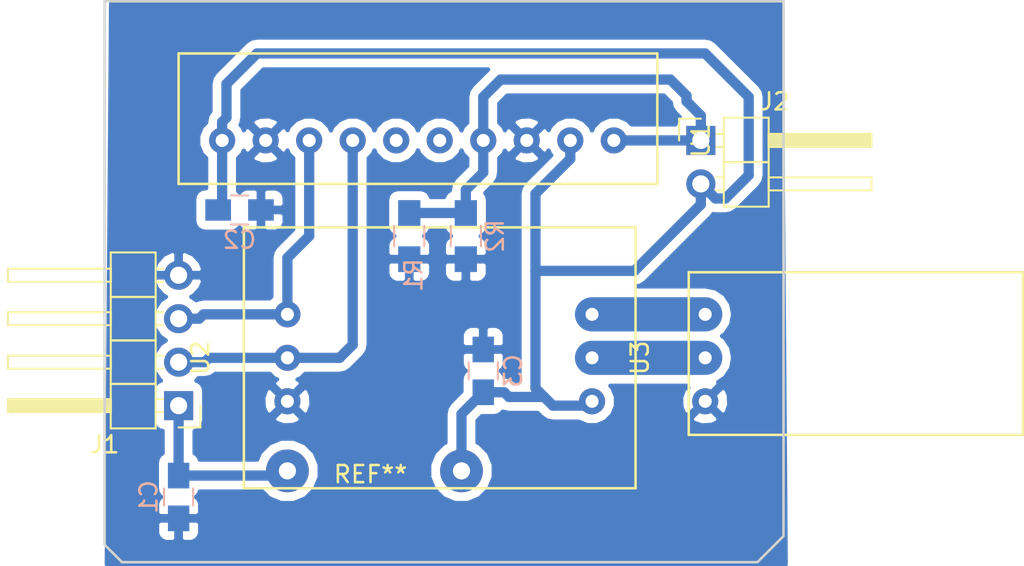
<source format=kicad_pcb>
(kicad_pcb (version 20170123) (host pcbnew "(2017-06-12 revision 8590a2299)-makepkg")

  (general
    (links 28)
    (no_connects 1)
    (area 95.600999 73.076999 156.175001 106.172001)
    (thickness 1.6)
    (drawings 8)
    (tracks 57)
    (zones 0)
    (modules 11)
    (nets 8)
  )

  (page A4)
  (layers
    (0 F.Cu signal)
    (31 B.Cu signal)
    (32 B.Adhes user)
    (33 F.Adhes user)
    (34 B.Paste user)
    (35 F.Paste user)
    (36 B.SilkS user)
    (37 F.SilkS user)
    (38 B.Mask user)
    (39 F.Mask user)
    (40 Dwgs.User user)
    (41 Cmts.User user)
    (42 Eco1.User user)
    (43 Eco2.User user)
    (44 Edge.Cuts user)
    (45 Margin user)
    (46 B.CrtYd user)
    (47 F.CrtYd user)
    (48 B.Fab user)
    (49 F.Fab user)
  )

  (setup
    (last_trace_width 0.6)
    (trace_clearance 0.4)
    (zone_clearance 0.508)
    (zone_45_only no)
    (trace_min 0.6)
    (segment_width 0.2)
    (edge_width 0.15)
    (via_size 1.2)
    (via_drill 0.8)
    (via_min_size 1.2)
    (via_min_drill 0.8)
    (uvia_size 0.3)
    (uvia_drill 0.1)
    (uvias_allowed no)
    (uvia_min_size 0.2)
    (uvia_min_drill 0.1)
    (pcb_text_width 0.3)
    (pcb_text_size 1.5 1.5)
    (mod_edge_width 0.15)
    (mod_text_size 1 1)
    (mod_text_width 0.15)
    (pad_size 2.49936 2.49936)
    (pad_drill 1.00076)
    (pad_to_mask_clearance 0.2)
    (aux_axis_origin 102.108 106.172)
    (visible_elements 7FFFFFFF)
    (pcbplotparams
      (layerselection 0x01000_fffffffe)
      (usegerberextensions false)
      (excludeedgelayer true)
      (linewidth 0.100000)
      (plotframeref false)
      (viasonmask false)
      (mode 1)
      (useauxorigin true)
      (hpglpennumber 1)
      (hpglpenspeed 20)
      (hpglpendiameter 15)
      (psnegative false)
      (psa4output false)
      (plotreference true)
      (plotvalue true)
      (plotinvisibletext false)
      (padsonsilk false)
      (subtractmaskfromsilk false)
      (outputformat 1)
      (mirror false)
      (drillshape 0)
      (scaleselection 1)
      (outputdirectory ""))
  )

  (net 0 "")
  (net 1 VCC)
  (net 2 GND)
  (net 3 SDA)
  (net 4 SCL)
  (net 5 "Net-(J2-Pad1)")
  (net 6 "Net-(U2-Pad3)")
  (net 7 "Net-(U2-Pad2)")

  (net_class Default "This is the default net class."
    (clearance 0.4)
    (trace_width 0.6)
    (via_dia 1.2)
    (via_drill 0.8)
    (uvia_dia 0.3)
    (uvia_drill 0.1)
    (diff_pair_gap 0.25)
    (diff_pair_width 0.6)
    (add_net GND)
    (add_net "Net-(J2-Pad1)")
    (add_net "Net-(U2-Pad2)")
    (add_net "Net-(U2-Pad3)")
    (add_net SCL)
    (add_net SDA)
    (add_net VCC)
  )

  (module Libs:ADS1115 (layer F.Cu) (tedit 592AADDE) (tstamp 59590FE7)
    (at 114.046 76.2 90)
    (path /592AB165)
    (fp_text reference U1 (at -5.08 22.86 90) (layer F.SilkS)
      (effects (font (size 1 1) (thickness 0.15)))
    )
    (fp_text value ads1115 (at -5.08 -10.16 90) (layer F.Fab)
      (effects (font (size 1 1) (thickness 0.15)))
    )
    (fp_line (start -7.62 20.32) (end -7.62 -5.08) (layer F.SilkS) (width 0.15))
    (fp_line (start 0 20.32) (end -7.62 20.32) (layer F.SilkS) (width 0.15))
    (fp_line (start 0 -7.62) (end 0 20.32) (layer F.SilkS) (width 0.15))
    (fp_line (start -7.62 -7.62) (end 0 -7.62) (layer F.SilkS) (width 0.15))
    (fp_line (start -7.62 -5.08) (end -7.62 -7.62) (layer F.SilkS) (width 0.15))
    (pad 1 thru_hole circle (at -5.08 -5.08 90) (size 1.524 1.524) (drill 0.762) (layers *.Cu *.Mask)
      (net 1 VCC))
    (pad 2 thru_hole circle (at -5.08 -2.54 90) (size 1.524 1.524) (drill 0.762) (layers *.Cu *.Mask)
      (net 2 GND))
    (pad 3 thru_hole circle (at -5.08 0 90) (size 1.524 1.524) (drill 0.762) (layers *.Cu *.Mask)
      (net 4 SCL))
    (pad 4 thru_hole circle (at -5.08 2.54 90) (size 1.524 1.524) (drill 0.762) (layers *.Cu *.Mask)
      (net 3 SDA))
    (pad 5 thru_hole circle (at -5.08 5.08 90) (size 1.524 1.524) (drill 0.762) (layers *.Cu *.Mask))
    (pad 6 thru_hole circle (at -5.08 7.62 90) (size 1.524 1.524) (drill 0.762) (layers *.Cu *.Mask))
    (pad 7 thru_hole circle (at -5.08 10.16 90) (size 1.524 1.524) (drill 0.762) (layers *.Cu *.Mask)
      (net 5 "Net-(J2-Pad1)"))
    (pad 8 thru_hole circle (at -5.08 12.7 90) (size 1.524 1.524) (drill 0.762) (layers *.Cu *.Mask)
      (net 2 GND))
    (pad 9 thru_hole circle (at -5.08 15.24 90) (size 1.524 1.524) (drill 0.762) (layers *.Cu *.Mask)
      (net 1 VCC))
    (pad 10 thru_hole circle (at -5.08 17.78 90) (size 1.524 1.524) (drill 0.762) (layers *.Cu *.Mask)
      (net 5 "Net-(J2-Pad1)"))
  )

  (module Wire_Connections_Bridges:WireConnection_1.00mmDrill (layer F.Cu) (tedit 5958DE3D) (tstamp 5959210D)
    (at 112.776 100.584)
    (descr "WireConnection with 1mm drill")
    (fp_text reference REF** (at 4.8514 0.2032) (layer F.SilkS)
      (effects (font (size 1 1) (thickness 0.15)))
    )
    (fp_text value WireConnection_1mmDrill (at 5.08 3.81) (layer F.Fab)
      (effects (font (size 1 1) (thickness 0.15)))
    )
    (fp_line (start 14.0716 -3.7592) (end 13.8684 -3.6576) (layer Cmts.User) (width 0.381))
    (fp_line (start 13.8684 -3.6576) (end 13.6398 -3.6576) (layer Cmts.User) (width 0.381))
    (fp_line (start 13.6398 -3.6576) (end 13.4366 -3.7592) (layer Cmts.User) (width 0.381))
    (fp_line (start 13.4366 -3.7592) (end 13.3604 -4.1148) (layer Cmts.User) (width 0.381))
    (fp_line (start 13.3604 -4.1148) (end 13.3604 -4.572) (layer Cmts.User) (width 0.381))
    (fp_line (start 13.3604 -4.572) (end 13.462 -4.6482) (layer Cmts.User) (width 0.381))
    (fp_line (start 13.462 -4.6482) (end 13.7668 -4.7244) (layer Cmts.User) (width 0.381))
    (fp_line (start 13.7668 -4.7244) (end 13.9954 -4.6736) (layer Cmts.User) (width 0.381))
    (fp_line (start 13.9954 -4.6736) (end 14.0462 -4.318) (layer Cmts.User) (width 0.381))
    (fp_line (start 14.0462 -4.318) (end 13.4366 -4.191) (layer Cmts.User) (width 0.381))
    (fp_line (start 13.4366 -4.191) (end 13.4366 -4.2418) (layer Cmts.User) (width 0.381))
    (fp_line (start 12.7508 -3.7084) (end 12.4206 -3.7084) (layer Cmts.User) (width 0.381))
    (fp_line (start 12.4206 -3.7084) (end 12.2174 -3.7084) (layer Cmts.User) (width 0.381))
    (fp_line (start 12.2174 -3.7084) (end 12.0396 -3.8608) (layer Cmts.User) (width 0.381))
    (fp_line (start 12.0396 -3.8608) (end 12.0396 -4.2418) (layer Cmts.User) (width 0.381))
    (fp_line (start 12.0396 -4.2418) (end 12.1412 -4.572) (layer Cmts.User) (width 0.381))
    (fp_line (start 12.1412 -4.572) (end 12.2936 -4.6482) (layer Cmts.User) (width 0.381))
    (fp_line (start 12.2936 -4.6482) (end 12.573 -4.6482) (layer Cmts.User) (width 0.381))
    (fp_line (start 12.573 -4.6482) (end 12.7508 -4.572) (layer Cmts.User) (width 0.381))
    (fp_line (start 12.7508 -4.572) (end 12.7762 -4.2672) (layer Cmts.User) (width 0.381))
    (fp_line (start 12.7762 -4.2672) (end 12.1412 -4.2418) (layer Cmts.User) (width 0.381))
    (fp_line (start 11.2268 -4.5212) (end 11.6078 -4.6736) (layer Cmts.User) (width 0.381))
    (fp_line (start 11.6078 -4.6736) (end 11.6332 -4.6736) (layer Cmts.User) (width 0.381))
    (fp_line (start 11.2014 -4.7244) (end 11.2014 -3.6576) (layer Cmts.User) (width 0.381))
    (fp_line (start 9.9822 -4.6736) (end 10.668 -4.7244) (layer Cmts.User) (width 0.381))
    (fp_line (start 10.7188 -5.207) (end 10.541 -5.207) (layer Cmts.User) (width 0.381))
    (fp_line (start 10.541 -5.207) (end 10.3886 -5.08) (layer Cmts.User) (width 0.381))
    (fp_line (start 10.3886 -5.08) (end 10.3378 -3.7084) (layer Cmts.User) (width 0.381))
    (fp_line (start 8.4328 -4.5974) (end 8.3058 -4.6736) (layer Cmts.User) (width 0.381))
    (fp_line (start 8.3058 -4.6736) (end 8.0264 -4.6736) (layer Cmts.User) (width 0.381))
    (fp_line (start 8.0264 -4.6736) (end 7.874 -4.445) (layer Cmts.User) (width 0.381))
    (fp_line (start 7.874 -4.445) (end 7.8994 -4.2672) (layer Cmts.User) (width 0.381))
    (fp_line (start 7.8994 -4.2672) (end 8.1788 -4.191) (layer Cmts.User) (width 0.381))
    (fp_line (start 8.1788 -4.191) (end 8.4328 -4.1148) (layer Cmts.User) (width 0.381))
    (fp_line (start 8.4328 -4.1148) (end 8.4836 -3.8354) (layer Cmts.User) (width 0.381))
    (fp_line (start 8.4836 -3.8354) (end 8.2804 -3.6576) (layer Cmts.User) (width 0.381))
    (fp_line (start 8.2804 -3.6576) (end 7.8994 -3.7084) (layer Cmts.User) (width 0.381))
    (fp_line (start 7.1628 -3.6576) (end 6.8072 -3.7592) (layer Cmts.User) (width 0.381))
    (fp_line (start 6.8072 -3.7592) (end 6.604 -3.8354) (layer Cmts.User) (width 0.381))
    (fp_line (start 6.604 -3.8354) (end 6.477 -4.1656) (layer Cmts.User) (width 0.381))
    (fp_line (start 6.477 -4.1656) (end 6.477 -4.4704) (layer Cmts.User) (width 0.381))
    (fp_line (start 6.477 -4.4704) (end 6.6802 -4.6736) (layer Cmts.User) (width 0.381))
    (fp_line (start 6.6802 -4.6736) (end 7.0104 -4.7244) (layer Cmts.User) (width 0.381))
    (fp_line (start 7.2136 -5.207) (end 7.2136 -3.6576) (layer Cmts.User) (width 0.381))
    (fp_line (start 5.715 -3.6576) (end 5.2578 -3.7084) (layer Cmts.User) (width 0.381))
    (fp_line (start 5.2578 -3.7084) (end 5.1054 -3.9116) (layer Cmts.User) (width 0.381))
    (fp_line (start 5.1054 -3.9116) (end 5.1308 -4.191) (layer Cmts.User) (width 0.381))
    (fp_line (start 5.1308 -4.191) (end 5.842 -4.2418) (layer Cmts.User) (width 0.381))
    (fp_line (start 5.1054 -4.572) (end 5.3848 -4.7244) (layer Cmts.User) (width 0.381))
    (fp_line (start 5.3848 -4.7244) (end 5.6388 -4.6482) (layer Cmts.User) (width 0.381))
    (fp_line (start 5.6388 -4.6482) (end 5.7912 -4.4704) (layer Cmts.User) (width 0.381))
    (fp_line (start 5.7912 -4.4704) (end 5.842 -3.6322) (layer Cmts.User) (width 0.381))
    (fp_line (start 3.6068 -3.6576) (end 3.6322 -5.2578) (layer Cmts.User) (width 0.381))
    (fp_line (start 3.6322 -5.2578) (end 4.0894 -5.2578) (layer Cmts.User) (width 0.381))
    (fp_line (start 4.0894 -5.2578) (end 4.3688 -5.1308) (layer Cmts.User) (width 0.381))
    (fp_line (start 4.3688 -5.1308) (end 4.4958 -4.8768) (layer Cmts.User) (width 0.381))
    (fp_line (start 4.4958 -4.8768) (end 4.4958 -4.5974) (layer Cmts.User) (width 0.381))
    (fp_line (start 4.4958 -4.5974) (end 4.3688 -4.3942) (layer Cmts.User) (width 0.381))
    (fp_line (start 4.3688 -4.3942) (end 4.0894 -4.445) (layer Cmts.User) (width 0.381))
    (fp_line (start 4.0894 -4.445) (end 3.6322 -4.445) (layer Cmts.User) (width 0.381))
    (fp_line (start 1.778 -3.7592) (end 1.524 -3.6576) (layer Cmts.User) (width 0.381))
    (fp_line (start 1.524 -3.6576) (end 1.27 -3.7592) (layer Cmts.User) (width 0.381))
    (fp_line (start 1.27 -3.7592) (end 1.1176 -3.9116) (layer Cmts.User) (width 0.381))
    (fp_line (start 1.1176 -3.9116) (end 1.0414 -4.318) (layer Cmts.User) (width 0.381))
    (fp_line (start 1.0414 -4.318) (end 1.1684 -4.572) (layer Cmts.User) (width 0.381))
    (fp_line (start 1.1684 -4.572) (end 1.3716 -4.6736) (layer Cmts.User) (width 0.381))
    (fp_line (start 1.3716 -4.6736) (end 1.651 -4.6482) (layer Cmts.User) (width 0.381))
    (fp_line (start 1.651 -4.6482) (end 1.8034 -4.5212) (layer Cmts.User) (width 0.381))
    (fp_line (start 1.8034 -4.5212) (end 1.8034 -4.318) (layer Cmts.User) (width 0.381))
    (fp_line (start 1.8034 -4.318) (end 1.1684 -4.2418) (layer Cmts.User) (width 0.381))
    (fp_line (start -0.1524 -4.7244) (end 0.3048 -3.6576) (layer Cmts.User) (width 0.381))
    (fp_line (start 0.3048 -3.6576) (end 0.5842 -4.6736) (layer Cmts.User) (width 0.381))
    (fp_line (start 0.5842 -4.6736) (end 0.5588 -4.6736) (layer Cmts.User) (width 0.381))
    (fp_line (start -1.4732 -4.3942) (end -1.4732 -3.9116) (layer Cmts.User) (width 0.381))
    (fp_line (start -1.4732 -3.9116) (end -1.27 -3.7084) (layer Cmts.User) (width 0.381))
    (fp_line (start -1.27 -3.7084) (end -1.0414 -3.6576) (layer Cmts.User) (width 0.381))
    (fp_line (start -1.0414 -3.6576) (end -0.762 -3.7846) (layer Cmts.User) (width 0.381))
    (fp_line (start -0.762 -3.7846) (end -0.6604 -3.9878) (layer Cmts.User) (width 0.381))
    (fp_line (start -0.6604 -3.9878) (end -0.6604 -4.445) (layer Cmts.User) (width 0.381))
    (fp_line (start -0.6604 -4.445) (end -0.8382 -4.6482) (layer Cmts.User) (width 0.381))
    (fp_line (start -0.8382 -4.6482) (end -1.1176 -4.7244) (layer Cmts.User) (width 0.381))
    (fp_line (start -1.1176 -4.7244) (end -1.4478 -4.4704) (layer Cmts.User) (width 0.381))
    (fp_line (start -3.0988 -3.6322) (end -3.0988 -5.2578) (layer Cmts.User) (width 0.381))
    (fp_line (start -3.0988 -5.2578) (end -2.6162 -4.1148) (layer Cmts.User) (width 0.381))
    (fp_line (start -2.6162 -4.1148) (end -2.1336 -5.1816) (layer Cmts.User) (width 0.381))
    (fp_line (start -2.1336 -5.1816) (end -2.1336 -3.6322) (layer Cmts.User) (width 0.381))
    (pad 1 thru_hole circle (at 0 0) (size 2.49936 2.49936) (drill 1.00076) (layers *.Cu *.Mask)
      (net 1 VCC))
    (pad 2 thru_hole circle (at 10.16 0) (size 2.49936 2.49936) (drill 1.00076) (layers *.Cu *.Mask)
      (net 1 VCC))
  )

  (module Capacitors_SMD:C_0805_HandSoldering (layer B.Cu) (tedit 58AA84A8) (tstamp 59590EFC)
    (at 106.426 102.108 270)
    (descr "Capacitor SMD 0805, hand soldering")
    (tags "capacitor 0805")
    (path /592AAF8B)
    (attr smd)
    (fp_text reference C1 (at 0 1.75 270) (layer B.SilkS)
      (effects (font (size 1 1) (thickness 0.15)) (justify mirror))
    )
    (fp_text value C_Small (at 0 -1.75 270) (layer B.Fab)
      (effects (font (size 1 1) (thickness 0.15)) (justify mirror))
    )
    (fp_line (start 2.25 -0.87) (end -2.25 -0.87) (layer B.CrtYd) (width 0.05))
    (fp_line (start 2.25 -0.87) (end 2.25 0.88) (layer B.CrtYd) (width 0.05))
    (fp_line (start -2.25 0.88) (end -2.25 -0.87) (layer B.CrtYd) (width 0.05))
    (fp_line (start -2.25 0.88) (end 2.25 0.88) (layer B.CrtYd) (width 0.05))
    (fp_line (start -0.5 -0.85) (end 0.5 -0.85) (layer B.SilkS) (width 0.12))
    (fp_line (start 0.5 0.85) (end -0.5 0.85) (layer B.SilkS) (width 0.12))
    (fp_line (start -1 0.62) (end 1 0.62) (layer B.Fab) (width 0.1))
    (fp_line (start 1 0.62) (end 1 -0.62) (layer B.Fab) (width 0.1))
    (fp_line (start 1 -0.62) (end -1 -0.62) (layer B.Fab) (width 0.1))
    (fp_line (start -1 -0.62) (end -1 0.62) (layer B.Fab) (width 0.1))
    (fp_text user %R (at 0 1.75 270) (layer B.Fab)
      (effects (font (size 1 1) (thickness 0.15)) (justify mirror))
    )
    (pad 2 smd rect (at 1.25 0 270) (size 1.5 1.25) (layers B.Cu B.Paste B.Mask)
      (net 2 GND))
    (pad 1 smd rect (at -1.25 0 270) (size 1.5 1.25) (layers B.Cu B.Paste B.Mask)
      (net 1 VCC))
    (model Capacitors_SMD.3dshapes/C_0805.wrl
      (at (xyz 0 0 0))
      (scale (xyz 1 1 1))
      (rotate (xyz 0 0 0))
    )
  )

  (module Capacitors_SMD:C_0805_HandSoldering (layer B.Cu) (tedit 58AA84A8) (tstamp 59590F0D)
    (at 109.982 85.344)
    (descr "Capacitor SMD 0805, hand soldering")
    (tags "capacitor 0805")
    (path /592AAF64)
    (attr smd)
    (fp_text reference C2 (at 0 1.75) (layer B.SilkS)
      (effects (font (size 1 1) (thickness 0.15)) (justify mirror))
    )
    (fp_text value C_Small (at 0 -1.75) (layer B.Fab)
      (effects (font (size 1 1) (thickness 0.15)) (justify mirror))
    )
    (fp_text user %R (at 0 1.75) (layer B.Fab)
      (effects (font (size 1 1) (thickness 0.15)) (justify mirror))
    )
    (fp_line (start -1 -0.62) (end -1 0.62) (layer B.Fab) (width 0.1))
    (fp_line (start 1 -0.62) (end -1 -0.62) (layer B.Fab) (width 0.1))
    (fp_line (start 1 0.62) (end 1 -0.62) (layer B.Fab) (width 0.1))
    (fp_line (start -1 0.62) (end 1 0.62) (layer B.Fab) (width 0.1))
    (fp_line (start 0.5 0.85) (end -0.5 0.85) (layer B.SilkS) (width 0.12))
    (fp_line (start -0.5 -0.85) (end 0.5 -0.85) (layer B.SilkS) (width 0.12))
    (fp_line (start -2.25 0.88) (end 2.25 0.88) (layer B.CrtYd) (width 0.05))
    (fp_line (start -2.25 0.88) (end -2.25 -0.87) (layer B.CrtYd) (width 0.05))
    (fp_line (start 2.25 -0.87) (end 2.25 0.88) (layer B.CrtYd) (width 0.05))
    (fp_line (start 2.25 -0.87) (end -2.25 -0.87) (layer B.CrtYd) (width 0.05))
    (pad 1 smd rect (at -1.25 0) (size 1.5 1.25) (layers B.Cu B.Paste B.Mask)
      (net 1 VCC))
    (pad 2 smd rect (at 1.25 0) (size 1.5 1.25) (layers B.Cu B.Paste B.Mask)
      (net 2 GND))
    (model Capacitors_SMD.3dshapes/C_0805.wrl
      (at (xyz 0 0 0))
      (scale (xyz 1 1 1))
      (rotate (xyz 0 0 0))
    )
  )

  (module Capacitors_SMD:C_0805_HandSoldering (layer B.Cu) (tedit 58AA84A8) (tstamp 59590F1E)
    (at 124.206 94.742 90)
    (descr "Capacitor SMD 0805, hand soldering")
    (tags "capacitor 0805")
    (path /592AAE97)
    (attr smd)
    (fp_text reference C3 (at 0 1.75 90) (layer B.SilkS)
      (effects (font (size 1 1) (thickness 0.15)) (justify mirror))
    )
    (fp_text value C_Small (at 0 -1.75 90) (layer B.Fab)
      (effects (font (size 1 1) (thickness 0.15)) (justify mirror))
    )
    (fp_line (start 2.25 -0.87) (end -2.25 -0.87) (layer B.CrtYd) (width 0.05))
    (fp_line (start 2.25 -0.87) (end 2.25 0.88) (layer B.CrtYd) (width 0.05))
    (fp_line (start -2.25 0.88) (end -2.25 -0.87) (layer B.CrtYd) (width 0.05))
    (fp_line (start -2.25 0.88) (end 2.25 0.88) (layer B.CrtYd) (width 0.05))
    (fp_line (start -0.5 -0.85) (end 0.5 -0.85) (layer B.SilkS) (width 0.12))
    (fp_line (start 0.5 0.85) (end -0.5 0.85) (layer B.SilkS) (width 0.12))
    (fp_line (start -1 0.62) (end 1 0.62) (layer B.Fab) (width 0.1))
    (fp_line (start 1 0.62) (end 1 -0.62) (layer B.Fab) (width 0.1))
    (fp_line (start 1 -0.62) (end -1 -0.62) (layer B.Fab) (width 0.1))
    (fp_line (start -1 -0.62) (end -1 0.62) (layer B.Fab) (width 0.1))
    (fp_text user %R (at 0 1.75 90) (layer B.Fab)
      (effects (font (size 1 1) (thickness 0.15)) (justify mirror))
    )
    (pad 2 smd rect (at 1.25 0 90) (size 1.5 1.25) (layers B.Cu B.Paste B.Mask)
      (net 2 GND))
    (pad 1 smd rect (at -1.25 0 90) (size 1.5 1.25) (layers B.Cu B.Paste B.Mask)
      (net 1 VCC))
    (model Capacitors_SMD.3dshapes/C_0805.wrl
      (at (xyz 0 0 0))
      (scale (xyz 1 1 1))
      (rotate (xyz 0 0 0))
    )
  )

  (module Pin_Headers:Pin_Header_Angled_1x04_Pitch2.54mm (layer F.Cu) (tedit 58CD4EC1) (tstamp 59590F7B)
    (at 106.426 96.774 180)
    (descr "Through hole angled pin header, 1x04, 2.54mm pitch, 6mm pin length, single row")
    (tags "Through hole angled pin header THT 1x04 2.54mm single row")
    (path /592AB407)
    (fp_text reference J1 (at 4.315 -2.27 180) (layer F.SilkS)
      (effects (font (size 1 1) (thickness 0.15)))
    )
    (fp_text value CONN_01X04_MALE (at 4.315 9.89 270) (layer F.Fab)
      (effects (font (size 1 1) (thickness 0.15)))
    )
    (fp_text user %R (at 4.315 -2.27 180) (layer F.Fab)
      (effects (font (size 1 1) (thickness 0.15)))
    )
    (fp_line (start 10.4 -1.8) (end -1.8 -1.8) (layer F.CrtYd) (width 0.05))
    (fp_line (start 10.4 9.4) (end 10.4 -1.8) (layer F.CrtYd) (width 0.05))
    (fp_line (start -1.8 9.4) (end 10.4 9.4) (layer F.CrtYd) (width 0.05))
    (fp_line (start -1.8 -1.8) (end -1.8 9.4) (layer F.CrtYd) (width 0.05))
    (fp_line (start -1.27 -1.27) (end 0 -1.27) (layer F.SilkS) (width 0.12))
    (fp_line (start -1.27 0) (end -1.27 -1.27) (layer F.SilkS) (width 0.12))
    (fp_line (start 0.91 8) (end 1.34 8) (layer F.SilkS) (width 0.12))
    (fp_line (start 0.91 7.24) (end 1.34 7.24) (layer F.SilkS) (width 0.12))
    (fp_line (start 9.96 7.24) (end 3.96 7.24) (layer F.SilkS) (width 0.12))
    (fp_line (start 9.96 8) (end 9.96 7.24) (layer F.SilkS) (width 0.12))
    (fp_line (start 3.96 8) (end 9.96 8) (layer F.SilkS) (width 0.12))
    (fp_line (start 3.96 7.24) (end 3.96 8) (layer F.SilkS) (width 0.12))
    (fp_line (start 3.96 6.35) (end 1.34 6.35) (layer F.SilkS) (width 0.12))
    (fp_line (start 3.96 8.95) (end 3.96 6.35) (layer F.SilkS) (width 0.12))
    (fp_line (start 1.34 8.95) (end 3.96 8.95) (layer F.SilkS) (width 0.12))
    (fp_line (start 1.34 6.35) (end 1.34 8.95) (layer F.SilkS) (width 0.12))
    (fp_line (start 0.91 5.46) (end 1.34 5.46) (layer F.SilkS) (width 0.12))
    (fp_line (start 0.91 4.7) (end 1.34 4.7) (layer F.SilkS) (width 0.12))
    (fp_line (start 9.96 4.7) (end 3.96 4.7) (layer F.SilkS) (width 0.12))
    (fp_line (start 9.96 5.46) (end 9.96 4.7) (layer F.SilkS) (width 0.12))
    (fp_line (start 3.96 5.46) (end 9.96 5.46) (layer F.SilkS) (width 0.12))
    (fp_line (start 3.96 4.7) (end 3.96 5.46) (layer F.SilkS) (width 0.12))
    (fp_line (start 3.96 3.81) (end 1.34 3.81) (layer F.SilkS) (width 0.12))
    (fp_line (start 3.96 6.35) (end 3.96 3.81) (layer F.SilkS) (width 0.12))
    (fp_line (start 1.34 6.35) (end 3.96 6.35) (layer F.SilkS) (width 0.12))
    (fp_line (start 1.34 3.81) (end 1.34 6.35) (layer F.SilkS) (width 0.12))
    (fp_line (start 0.91 2.92) (end 1.34 2.92) (layer F.SilkS) (width 0.12))
    (fp_line (start 0.91 2.16) (end 1.34 2.16) (layer F.SilkS) (width 0.12))
    (fp_line (start 9.96 2.16) (end 3.96 2.16) (layer F.SilkS) (width 0.12))
    (fp_line (start 9.96 2.92) (end 9.96 2.16) (layer F.SilkS) (width 0.12))
    (fp_line (start 3.96 2.92) (end 9.96 2.92) (layer F.SilkS) (width 0.12))
    (fp_line (start 3.96 2.16) (end 3.96 2.92) (layer F.SilkS) (width 0.12))
    (fp_line (start 3.96 1.27) (end 1.34 1.27) (layer F.SilkS) (width 0.12))
    (fp_line (start 3.96 3.81) (end 3.96 1.27) (layer F.SilkS) (width 0.12))
    (fp_line (start 1.34 3.81) (end 3.96 3.81) (layer F.SilkS) (width 0.12))
    (fp_line (start 1.34 1.27) (end 1.34 3.81) (layer F.SilkS) (width 0.12))
    (fp_line (start 3.96 0.34) (end 9.96 0.34) (layer F.SilkS) (width 0.12))
    (fp_line (start 3.96 0.22) (end 9.96 0.22) (layer F.SilkS) (width 0.12))
    (fp_line (start 3.96 0.1) (end 9.96 0.1) (layer F.SilkS) (width 0.12))
    (fp_line (start 3.96 -0.02) (end 9.96 -0.02) (layer F.SilkS) (width 0.12))
    (fp_line (start 3.96 -0.14) (end 9.96 -0.14) (layer F.SilkS) (width 0.12))
    (fp_line (start 3.96 -0.26) (end 9.96 -0.26) (layer F.SilkS) (width 0.12))
    (fp_line (start 0.91 0.38) (end 1.34 0.38) (layer F.SilkS) (width 0.12))
    (fp_line (start 0.91 -0.38) (end 1.34 -0.38) (layer F.SilkS) (width 0.12))
    (fp_line (start 9.96 -0.38) (end 3.96 -0.38) (layer F.SilkS) (width 0.12))
    (fp_line (start 9.96 0.38) (end 9.96 -0.38) (layer F.SilkS) (width 0.12))
    (fp_line (start 3.96 0.38) (end 9.96 0.38) (layer F.SilkS) (width 0.12))
    (fp_line (start 3.96 -0.38) (end 3.96 0.38) (layer F.SilkS) (width 0.12))
    (fp_line (start 3.96 -1.33) (end 1.34 -1.33) (layer F.SilkS) (width 0.12))
    (fp_line (start 3.96 1.27) (end 3.96 -1.33) (layer F.SilkS) (width 0.12))
    (fp_line (start 1.34 1.27) (end 3.96 1.27) (layer F.SilkS) (width 0.12))
    (fp_line (start 1.34 -1.33) (end 1.34 1.27) (layer F.SilkS) (width 0.12))
    (fp_line (start 9.9 7.3) (end 0 7.3) (layer F.Fab) (width 0.1))
    (fp_line (start 9.9 7.94) (end 9.9 7.3) (layer F.Fab) (width 0.1))
    (fp_line (start 0 7.94) (end 9.9 7.94) (layer F.Fab) (width 0.1))
    (fp_line (start 0 7.3) (end 0 7.94) (layer F.Fab) (width 0.1))
    (fp_line (start 3.9 6.35) (end 1.4 6.35) (layer F.Fab) (width 0.1))
    (fp_line (start 3.9 8.89) (end 3.9 6.35) (layer F.Fab) (width 0.1))
    (fp_line (start 1.4 8.89) (end 3.9 8.89) (layer F.Fab) (width 0.1))
    (fp_line (start 1.4 6.35) (end 1.4 8.89) (layer F.Fab) (width 0.1))
    (fp_line (start 9.9 4.76) (end 0 4.76) (layer F.Fab) (width 0.1))
    (fp_line (start 9.9 5.4) (end 9.9 4.76) (layer F.Fab) (width 0.1))
    (fp_line (start 0 5.4) (end 9.9 5.4) (layer F.Fab) (width 0.1))
    (fp_line (start 0 4.76) (end 0 5.4) (layer F.Fab) (width 0.1))
    (fp_line (start 3.9 3.81) (end 1.4 3.81) (layer F.Fab) (width 0.1))
    (fp_line (start 3.9 6.35) (end 3.9 3.81) (layer F.Fab) (width 0.1))
    (fp_line (start 1.4 6.35) (end 3.9 6.35) (layer F.Fab) (width 0.1))
    (fp_line (start 1.4 3.81) (end 1.4 6.35) (layer F.Fab) (width 0.1))
    (fp_line (start 9.9 2.22) (end 0 2.22) (layer F.Fab) (width 0.1))
    (fp_line (start 9.9 2.86) (end 9.9 2.22) (layer F.Fab) (width 0.1))
    (fp_line (start 0 2.86) (end 9.9 2.86) (layer F.Fab) (width 0.1))
    (fp_line (start 0 2.22) (end 0 2.86) (layer F.Fab) (width 0.1))
    (fp_line (start 3.9 1.27) (end 1.4 1.27) (layer F.Fab) (width 0.1))
    (fp_line (start 3.9 3.81) (end 3.9 1.27) (layer F.Fab) (width 0.1))
    (fp_line (start 1.4 3.81) (end 3.9 3.81) (layer F.Fab) (width 0.1))
    (fp_line (start 1.4 1.27) (end 1.4 3.81) (layer F.Fab) (width 0.1))
    (fp_line (start 9.9 -0.32) (end 0 -0.32) (layer F.Fab) (width 0.1))
    (fp_line (start 9.9 0.32) (end 9.9 -0.32) (layer F.Fab) (width 0.1))
    (fp_line (start 0 0.32) (end 9.9 0.32) (layer F.Fab) (width 0.1))
    (fp_line (start 0 -0.32) (end 0 0.32) (layer F.Fab) (width 0.1))
    (fp_line (start 3.9 -1.27) (end 1.4 -1.27) (layer F.Fab) (width 0.1))
    (fp_line (start 3.9 1.27) (end 3.9 -1.27) (layer F.Fab) (width 0.1))
    (fp_line (start 1.4 1.27) (end 3.9 1.27) (layer F.Fab) (width 0.1))
    (fp_line (start 1.4 -1.27) (end 1.4 1.27) (layer F.Fab) (width 0.1))
    (pad 4 thru_hole oval (at 0 7.62 180) (size 1.7 1.7) (drill 1) (layers *.Cu *.Mask)
      (net 2 GND))
    (pad 3 thru_hole oval (at 0 5.08 180) (size 1.7 1.7) (drill 1) (layers *.Cu *.Mask)
      (net 4 SCL))
    (pad 2 thru_hole oval (at 0 2.54 180) (size 1.7 1.7) (drill 1) (layers *.Cu *.Mask)
      (net 3 SDA))
    (pad 1 thru_hole rect (at 0 0 180) (size 1.7 1.7) (drill 1) (layers *.Cu *.Mask)
      (net 1 VCC))
    (model ${KISYS3DMOD}/Pin_Headers.3dshapes/Pin_Header_Angled_1x04_Pitch2.54mm.wrl
      (at (xyz 0 -0.15 0))
      (scale (xyz 1 1 1))
      (rotate (xyz 0 0 90))
    )
  )

  (module Pin_Headers:Pin_Header_Angled_1x02_Pitch2.54mm (layer F.Cu) (tedit 58CD4EC1) (tstamp 59590FB2)
    (at 136.906 81.28)
    (descr "Through hole angled pin header, 1x02, 2.54mm pitch, 6mm pin length, single row")
    (tags "Through hole angled pin header THT 1x02 2.54mm single row")
    (path /592AB4AA)
    (fp_text reference J2 (at 4.315 -2.27) (layer F.SilkS)
      (effects (font (size 1 1) (thickness 0.15)))
    )
    (fp_text value CONN_01X02_MALE (at 4.315 4.81) (layer F.Fab)
      (effects (font (size 1 1) (thickness 0.15)))
    )
    (fp_text user %R (at 4.315 -2.27) (layer F.Fab)
      (effects (font (size 1 1) (thickness 0.15)))
    )
    (fp_line (start 10.4 -1.8) (end -1.8 -1.8) (layer F.CrtYd) (width 0.05))
    (fp_line (start 10.4 4.35) (end 10.4 -1.8) (layer F.CrtYd) (width 0.05))
    (fp_line (start -1.8 4.35) (end 10.4 4.35) (layer F.CrtYd) (width 0.05))
    (fp_line (start -1.8 -1.8) (end -1.8 4.35) (layer F.CrtYd) (width 0.05))
    (fp_line (start -1.27 -1.27) (end 0 -1.27) (layer F.SilkS) (width 0.12))
    (fp_line (start -1.27 0) (end -1.27 -1.27) (layer F.SilkS) (width 0.12))
    (fp_line (start 0.91 2.92) (end 1.34 2.92) (layer F.SilkS) (width 0.12))
    (fp_line (start 0.91 2.16) (end 1.34 2.16) (layer F.SilkS) (width 0.12))
    (fp_line (start 9.96 2.16) (end 3.96 2.16) (layer F.SilkS) (width 0.12))
    (fp_line (start 9.96 2.92) (end 9.96 2.16) (layer F.SilkS) (width 0.12))
    (fp_line (start 3.96 2.92) (end 9.96 2.92) (layer F.SilkS) (width 0.12))
    (fp_line (start 3.96 2.16) (end 3.96 2.92) (layer F.SilkS) (width 0.12))
    (fp_line (start 3.96 1.27) (end 1.34 1.27) (layer F.SilkS) (width 0.12))
    (fp_line (start 3.96 3.87) (end 3.96 1.27) (layer F.SilkS) (width 0.12))
    (fp_line (start 1.34 3.87) (end 3.96 3.87) (layer F.SilkS) (width 0.12))
    (fp_line (start 1.34 1.27) (end 1.34 3.87) (layer F.SilkS) (width 0.12))
    (fp_line (start 3.96 0.34) (end 9.96 0.34) (layer F.SilkS) (width 0.12))
    (fp_line (start 3.96 0.22) (end 9.96 0.22) (layer F.SilkS) (width 0.12))
    (fp_line (start 3.96 0.1) (end 9.96 0.1) (layer F.SilkS) (width 0.12))
    (fp_line (start 3.96 -0.02) (end 9.96 -0.02) (layer F.SilkS) (width 0.12))
    (fp_line (start 3.96 -0.14) (end 9.96 -0.14) (layer F.SilkS) (width 0.12))
    (fp_line (start 3.96 -0.26) (end 9.96 -0.26) (layer F.SilkS) (width 0.12))
    (fp_line (start 0.91 0.38) (end 1.34 0.38) (layer F.SilkS) (width 0.12))
    (fp_line (start 0.91 -0.38) (end 1.34 -0.38) (layer F.SilkS) (width 0.12))
    (fp_line (start 9.96 -0.38) (end 3.96 -0.38) (layer F.SilkS) (width 0.12))
    (fp_line (start 9.96 0.38) (end 9.96 -0.38) (layer F.SilkS) (width 0.12))
    (fp_line (start 3.96 0.38) (end 9.96 0.38) (layer F.SilkS) (width 0.12))
    (fp_line (start 3.96 -0.38) (end 3.96 0.38) (layer F.SilkS) (width 0.12))
    (fp_line (start 3.96 -1.33) (end 1.34 -1.33) (layer F.SilkS) (width 0.12))
    (fp_line (start 3.96 1.27) (end 3.96 -1.33) (layer F.SilkS) (width 0.12))
    (fp_line (start 1.34 1.27) (end 3.96 1.27) (layer F.SilkS) (width 0.12))
    (fp_line (start 1.34 -1.33) (end 1.34 1.27) (layer F.SilkS) (width 0.12))
    (fp_line (start 9.9 2.22) (end 0 2.22) (layer F.Fab) (width 0.1))
    (fp_line (start 9.9 2.86) (end 9.9 2.22) (layer F.Fab) (width 0.1))
    (fp_line (start 0 2.86) (end 9.9 2.86) (layer F.Fab) (width 0.1))
    (fp_line (start 0 2.22) (end 0 2.86) (layer F.Fab) (width 0.1))
    (fp_line (start 3.9 1.27) (end 1.4 1.27) (layer F.Fab) (width 0.1))
    (fp_line (start 3.9 3.81) (end 3.9 1.27) (layer F.Fab) (width 0.1))
    (fp_line (start 1.4 3.81) (end 3.9 3.81) (layer F.Fab) (width 0.1))
    (fp_line (start 1.4 1.27) (end 1.4 3.81) (layer F.Fab) (width 0.1))
    (fp_line (start 9.9 -0.32) (end 0 -0.32) (layer F.Fab) (width 0.1))
    (fp_line (start 9.9 0.32) (end 9.9 -0.32) (layer F.Fab) (width 0.1))
    (fp_line (start 0 0.32) (end 9.9 0.32) (layer F.Fab) (width 0.1))
    (fp_line (start 0 -0.32) (end 0 0.32) (layer F.Fab) (width 0.1))
    (fp_line (start 3.9 -1.27) (end 1.4 -1.27) (layer F.Fab) (width 0.1))
    (fp_line (start 3.9 1.27) (end 3.9 -1.27) (layer F.Fab) (width 0.1))
    (fp_line (start 1.4 1.27) (end 3.9 1.27) (layer F.Fab) (width 0.1))
    (fp_line (start 1.4 -1.27) (end 1.4 1.27) (layer F.Fab) (width 0.1))
    (pad 2 thru_hole oval (at 0 2.54) (size 1.7 1.7) (drill 1) (layers *.Cu *.Mask)
      (net 1 VCC))
    (pad 1 thru_hole rect (at 0 0) (size 1.7 1.7) (drill 1) (layers *.Cu *.Mask)
      (net 5 "Net-(J2-Pad1)"))
    (model ${KISYS3DMOD}/Pin_Headers.3dshapes/Pin_Header_Angled_1x02_Pitch2.54mm.wrl
      (at (xyz 0 -0.05 0))
      (scale (xyz 1 1 1))
      (rotate (xyz 0 0 90))
    )
  )

  (module Resistors_SMD:R_0805_HandSoldering (layer B.Cu) (tedit 58E0A804) (tstamp 59590FC3)
    (at 119.888 86.868 90)
    (descr "Resistor SMD 0805, hand soldering")
    (tags "resistor 0805")
    (path /592AB56B)
    (attr smd)
    (fp_text reference R1 (at -2.286 0.254 90) (layer B.SilkS)
      (effects (font (size 1 1) (thickness 0.15)) (justify mirror))
    )
    (fp_text value 20k (at 0 -1.75 90) (layer B.Fab)
      (effects (font (size 1 1) (thickness 0.15)) (justify mirror))
    )
    (fp_line (start 2.35 -0.9) (end -2.35 -0.9) (layer B.CrtYd) (width 0.05))
    (fp_line (start 2.35 -0.9) (end 2.35 0.9) (layer B.CrtYd) (width 0.05))
    (fp_line (start -2.35 0.9) (end -2.35 -0.9) (layer B.CrtYd) (width 0.05))
    (fp_line (start -2.35 0.9) (end 2.35 0.9) (layer B.CrtYd) (width 0.05))
    (fp_line (start -0.6 0.88) (end 0.6 0.88) (layer B.SilkS) (width 0.12))
    (fp_line (start 0.6 -0.88) (end -0.6 -0.88) (layer B.SilkS) (width 0.12))
    (fp_line (start -1 0.62) (end 1 0.62) (layer B.Fab) (width 0.1))
    (fp_line (start 1 0.62) (end 1 -0.62) (layer B.Fab) (width 0.1))
    (fp_line (start 1 -0.62) (end -1 -0.62) (layer B.Fab) (width 0.1))
    (fp_line (start -1 -0.62) (end -1 0.62) (layer B.Fab) (width 0.1))
    (fp_text user %R (at 0 0.762 180) (layer B.Fab)
      (effects (font (size 0.5 0.5) (thickness 0.075)) (justify mirror))
    )
    (pad 2 smd rect (at 1.35 0 90) (size 1.5 1.3) (layers B.Cu B.Paste B.Mask)
      (net 5 "Net-(J2-Pad1)"))
    (pad 1 smd rect (at -1.35 0 90) (size 1.5 1.3) (layers B.Cu B.Paste B.Mask)
      (net 2 GND))
    (model ${KISYS3DMOD}/Resistors_SMD.3dshapes/R_0805.wrl
      (at (xyz 0 0 0))
      (scale (xyz 1 1 1))
      (rotate (xyz 0 0 0))
    )
  )

  (module Resistors_SMD:R_0805_HandSoldering (layer B.Cu) (tedit 58E0A804) (tstamp 59590FD4)
    (at 123.19 86.868 90)
    (descr "Resistor SMD 0805, hand soldering")
    (tags "resistor 0805")
    (path /592AB63E)
    (attr smd)
    (fp_text reference R2 (at 0 1.7 90) (layer B.SilkS)
      (effects (font (size 1 1) (thickness 0.15)) (justify mirror))
    )
    (fp_text value 20K (at 0 -1.75 90) (layer B.Fab)
      (effects (font (size 1 1) (thickness 0.15)) (justify mirror))
    )
    (fp_text user %R (at 3.556 -5.08 90) (layer B.Fab)
      (effects (font (size 0.5 0.5) (thickness 0.075)) (justify mirror))
    )
    (fp_line (start -1 -0.62) (end -1 0.62) (layer B.Fab) (width 0.1))
    (fp_line (start 1 -0.62) (end -1 -0.62) (layer B.Fab) (width 0.1))
    (fp_line (start 1 0.62) (end 1 -0.62) (layer B.Fab) (width 0.1))
    (fp_line (start -1 0.62) (end 1 0.62) (layer B.Fab) (width 0.1))
    (fp_line (start 0.6 -0.88) (end -0.6 -0.88) (layer B.SilkS) (width 0.12))
    (fp_line (start -0.6 0.88) (end 0.6 0.88) (layer B.SilkS) (width 0.12))
    (fp_line (start -2.35 0.9) (end 2.35 0.9) (layer B.CrtYd) (width 0.05))
    (fp_line (start -2.35 0.9) (end -2.35 -0.9) (layer B.CrtYd) (width 0.05))
    (fp_line (start 2.35 -0.9) (end 2.35 0.9) (layer B.CrtYd) (width 0.05))
    (fp_line (start 2.35 -0.9) (end -2.35 -0.9) (layer B.CrtYd) (width 0.05))
    (pad 1 smd rect (at -1.35 0 90) (size 1.5 1.3) (layers B.Cu B.Paste B.Mask)
      (net 2 GND))
    (pad 2 smd rect (at 1.35 0 90) (size 1.5 1.3) (layers B.Cu B.Paste B.Mask)
      (net 5 "Net-(J2-Pad1)"))
    (model ${KISYS3DMOD}/Resistors_SMD.3dshapes/R_0805.wrl
      (at (xyz 0 0 0))
      (scale (xyz 1 1 1))
      (rotate (xyz 0 0 0))
    )
  )

  (module Libs:EZO_PH (layer F.Cu) (tedit 5958D2BC) (tstamp 59590FF5)
    (at 122.936 93.98 270)
    (path /592AE847)
    (fp_text reference U2 (at 0 15.24 270) (layer F.SilkS)
      (effects (font (size 1 1) (thickness 0.15)))
    )
    (fp_text value EZO_PH (at 0.3429 -13.8176 270) (layer F.Fab)
      (effects (font (size 1 1) (thickness 0.15)))
    )
    (fp_line (start -7.62 12.7) (end -7.62 -10.16) (layer F.SilkS) (width 0.15))
    (fp_line (start 7.62 12.7) (end -7.62 12.7) (layer F.SilkS) (width 0.15))
    (fp_line (start 7.62 -10.16) (end 7.62 12.7) (layer F.SilkS) (width 0.15))
    (fp_line (start -7.62 -10.16) (end 7.62 -10.16) (layer F.SilkS) (width 0.15))
    (pad 3 thru_hole circle (at -2.54 -7.62 270) (size 1.524 1.524) (drill 0.762) (layers *.Cu *.Mask)
      (net 6 "Net-(U2-Pad3)"))
    (pad 2 thru_hole circle (at 0 -7.62 270) (size 1.524 1.524) (drill 0.762) (layers *.Cu *.Mask)
      (net 7 "Net-(U2-Pad2)"))
    (pad 1 thru_hole circle (at 2.54 -7.62 270) (size 1.524 1.524) (drill 0.762) (layers *.Cu *.Mask)
      (net 1 VCC))
    (pad 4 thru_hole circle (at -2.54 10.16 270) (size 1.524 1.524) (drill 0.762) (layers *.Cu *.Mask)
      (net 4 SCL))
    (pad 5 thru_hole circle (at 0 10.16 270) (size 1.524 1.524) (drill 0.762) (layers *.Cu *.Mask)
      (net 3 SDA))
    (pad 6 thru_hole circle (at 2.54 10.16 270) (size 1.524 1.524) (drill 0.762) (layers *.Cu *.Mask)
      (net 2 GND))
  )

  (module Libs:EZO_BNC (layer F.Cu) (tedit 5958D6FD) (tstamp 59591000)
    (at 139.7 93.98 270)
    (path /592ACE51)
    (fp_text reference U3 (at 0 6.35 270) (layer F.SilkS)
      (effects (font (size 1 1) (thickness 0.15)))
    )
    (fp_text value EZO_BNC (at -6.61 -10.392 180) (layer F.Fab)
      (effects (font (size 1 1) (thickness 0.15)))
    )
    (fp_line (start -5 -16) (end -5 3.5) (layer F.SilkS) (width 0.15))
    (fp_line (start 4.5 -16) (end -5 -16) (layer F.SilkS) (width 0.15))
    (fp_line (start 4.5 3.5) (end 4.5 -16) (layer F.SilkS) (width 0.15))
    (fp_line (start -5 3.5) (end 4.5 3.5) (layer F.SilkS) (width 0.15))
    (pad 1 thru_hole circle (at -2.54 2.54 270) (size 1.524 1.524) (drill 0.762) (layers *.Cu *.Mask)
      (net 6 "Net-(U2-Pad3)"))
    (pad 2 thru_hole circle (at 0 2.54 270) (size 1.524 1.524) (drill 0.762) (layers *.Cu *.Mask)
      (net 7 "Net-(U2-Pad2)"))
    (pad 3 thru_hole circle (at 2.54 2.54 270) (size 1.524 1.524) (drill 0.762) (layers *.Cu *.Mask)
      (net 2 GND))
  )

  (gr_line (start 102.362 73.152) (end 102.362 73.152) (layer Edge.Cuts) (width 0.15) (tstamp 595924EB))
  (gr_line (start 102.108 73.152) (end 102.362 73.152) (layer Edge.Cuts) (width 0.15))
  (gr_line (start 102.108 104.902) (end 102.108 73.152) (layer Edge.Cuts) (width 0.15))
  (gr_line (start 103.124 105.918) (end 102.108 104.902) (layer Edge.Cuts) (width 0.15))
  (gr_line (start 140.208 105.918) (end 103.124 105.918) (layer Edge.Cuts) (width 0.15))
  (gr_line (start 141.732 104.394) (end 140.208 105.918) (layer Edge.Cuts) (width 0.15))
  (gr_line (start 141.732 73.152) (end 141.732 104.394) (layer Edge.Cuts) (width 0.15))
  (gr_line (start 102.362 73.152) (end 141.732 73.152) (layer Edge.Cuts) (width 0.15))

  (segment (start 108.966 81.28) (end 108.966 80.20237) (width 0.6) (layer B.Cu) (net 1))
  (segment (start 108.966 80.20237) (end 109.22 79.94837) (width 0.6) (layer B.Cu) (net 1))
  (segment (start 109.22 79.94837) (end 109.22 77.978) (width 0.6) (layer B.Cu) (net 1))
  (segment (start 109.22 77.978) (end 110.998 76.2) (width 0.6) (layer B.Cu) (net 1))
  (segment (start 138.342001 84.669999) (end 137.755999 84.669999) (width 0.6) (layer B.Cu) (net 1))
  (segment (start 110.998 76.2) (end 137.16 76.2) (width 0.6) (layer B.Cu) (net 1))
  (segment (start 137.16 76.2) (end 139.7 78.74) (width 0.6) (layer B.Cu) (net 1))
  (segment (start 139.7 78.74) (end 139.7 83.312) (width 0.6) (layer B.Cu) (net 1))
  (segment (start 139.7 83.312) (end 138.342001 84.669999) (width 0.6) (layer B.Cu) (net 1))
  (segment (start 137.755999 84.669999) (end 136.906 83.82) (width 0.6) (layer B.Cu) (net 1))
  (segment (start 108.966 81.28) (end 108.966 85.11) (width 0.6) (layer B.Cu) (net 1))
  (segment (start 108.966 85.11) (end 108.732 85.344) (width 0.6) (layer B.Cu) (net 1))
  (segment (start 127.254 84.38963) (end 127.254 88.9) (width 0.6) (layer B.Cu) (net 1))
  (segment (start 127.254 88.9) (end 127.254 95.758) (width 0.6) (layer B.Cu) (net 1))
  (segment (start 136.906 83.82) (end 136.906 85.022081) (width 0.6) (layer B.Cu) (net 1))
  (segment (start 136.906 85.022081) (end 133.028081 88.9) (width 0.6) (layer B.Cu) (net 1))
  (segment (start 133.028081 88.9) (end 127.254 88.9) (width 0.6) (layer B.Cu) (net 1))
  (segment (start 127.254 95.758) (end 127.762 96.266) (width 0.6) (layer B.Cu) (net 1))
  (segment (start 127.762 96.266) (end 128.27 96.774) (width 0.6) (layer B.Cu) (net 1))
  (segment (start 124.206 95.992) (end 125.431 95.992) (width 0.6) (layer B.Cu) (net 1))
  (segment (start 125.431 95.992) (end 125.705 96.266) (width 0.6) (layer B.Cu) (net 1))
  (segment (start 125.705 96.266) (end 127.762 96.266) (width 0.6) (layer B.Cu) (net 1))
  (segment (start 122.936 100.584) (end 122.936 97.262) (width 0.6) (layer B.Cu) (net 1))
  (segment (start 122.936 97.262) (end 124.206 95.992) (width 0.6) (layer B.Cu) (net 1))
  (segment (start 106.426 100.858) (end 112.502 100.858) (width 0.6) (layer B.Cu) (net 1))
  (segment (start 112.502 100.858) (end 112.776 100.584) (width 0.6) (layer B.Cu) (net 1))
  (segment (start 128.27 96.774) (end 130.302 96.774) (width 0.6) (layer B.Cu) (net 1))
  (segment (start 129.286 81.28) (end 129.286 82.35763) (width 0.6) (layer B.Cu) (net 1))
  (segment (start 129.286 82.35763) (end 127.254 84.38963) (width 0.6) (layer B.Cu) (net 1))
  (segment (start 130.302 96.774) (end 130.556 96.52) (width 0.6) (layer B.Cu) (net 1))
  (segment (start 106.426 100.858) (end 106.426 96.774) (width 0.6) (layer B.Cu) (net 1))
  (segment (start 107.95 94.234) (end 108.204 93.98) (width 0.6) (layer B.Cu) (net 3))
  (segment (start 108.204 93.98) (end 112.776 93.98) (width 0.6) (layer B.Cu) (net 3))
  (segment (start 106.426 94.234) (end 107.95 94.234) (width 0.6) (layer B.Cu) (net 3))
  (segment (start 112.776 93.98) (end 115.824 93.98) (width 0.6) (layer B.Cu) (net 3))
  (segment (start 115.824 93.98) (end 116.586 93.218) (width 0.6) (layer B.Cu) (net 3))
  (segment (start 116.586 93.218) (end 116.586 81.28) (width 0.6) (layer B.Cu) (net 3))
  (segment (start 107.882081 91.44) (end 112.776 91.44) (width 0.6) (layer B.Cu) (net 4))
  (segment (start 106.426 91.694) (end 107.628081 91.694) (width 0.6) (layer B.Cu) (net 4))
  (segment (start 107.628081 91.694) (end 107.882081 91.44) (width 0.6) (layer B.Cu) (net 4))
  (segment (start 114.046 86.868) (end 114.046 81.28) (width 0.6) (layer B.Cu) (net 4))
  (segment (start 112.776 88.138) (end 114.046 86.868) (width 0.6) (layer B.Cu) (net 4))
  (segment (start 112.776 91.44) (end 112.776 88.138) (width 0.6) (layer B.Cu) (net 4))
  (segment (start 123.19 85.518) (end 123.19 84.168) (width 0.6) (layer B.Cu) (net 5))
  (segment (start 123.19 84.168) (end 124.206 83.152) (width 0.6) (layer B.Cu) (net 5))
  (segment (start 124.206 83.152) (end 124.206 81.28) (width 0.6) (layer B.Cu) (net 5))
  (segment (start 119.888 85.518) (end 123.19 85.518) (width 0.6) (layer B.Cu) (net 5))
  (segment (start 131.826 81.28) (end 136.906 81.28) (width 0.6) (layer B.Cu) (net 5))
  (segment (start 125.222 77.724) (end 124.206 78.74) (width 0.6) (layer B.Cu) (net 5))
  (segment (start 124.206 78.74) (end 124.206 81.28) (width 0.6) (layer B.Cu) (net 5))
  (segment (start 135.128 77.724) (end 125.222 77.724) (width 0.6) (layer B.Cu) (net 5))
  (segment (start 136.07 78.666) (end 135.128 77.724) (width 0.6) (layer B.Cu) (net 5))
  (segment (start 136.07 78.994) (end 136.07 78.666) (width 0.6) (layer B.Cu) (net 5))
  (segment (start 136.906 81.28) (end 136.906 79.83) (width 0.6) (layer B.Cu) (net 5))
  (segment (start 136.906 79.83) (end 136.07 78.994) (width 0.6) (layer B.Cu) (net 5))
  (segment (start 130.556 91.44) (end 137.16 91.44) (width 2) (layer B.Cu) (net 6))
  (segment (start 130.556 93.98) (end 137.16 93.98) (width 2) (layer B.Cu) (net 7))

  (zone (net 2) (net_name GND) (layer B.Cu) (tstamp 0) (hatch edge 0.508)
    (connect_pads (clearance 0.508))
    (min_thickness 0.254)
    (fill yes (arc_segments 16) (thermal_gap 0.508) (thermal_bridge_width 0.508))
    (polygon
      (pts
        (xy 102.362 73.152) (xy 141.732 73.152) (xy 141.986 106.172) (xy 102.108 106.172)
      )
    )
    (filled_polygon
      (pts
        (xy 141.85802 106.045) (xy 102.23598 106.045) (xy 102.254451 103.64375) (xy 105.166 103.64375) (xy 105.166 104.234309)
        (xy 105.262673 104.467698) (xy 105.441301 104.646327) (xy 105.67469 104.743) (xy 106.14025 104.743) (xy 106.299 104.58425)
        (xy 106.299 103.485) (xy 106.553 103.485) (xy 106.553 104.58425) (xy 106.71175 104.743) (xy 107.17731 104.743)
        (xy 107.410699 104.646327) (xy 107.589327 104.467698) (xy 107.686 104.234309) (xy 107.686 103.64375) (xy 107.52725 103.485)
        (xy 106.553 103.485) (xy 106.299 103.485) (xy 105.32475 103.485) (xy 105.166 103.64375) (xy 102.254451 103.64375)
        (xy 102.346372 91.694) (xy 104.911907 91.694) (xy 105.024946 92.262285) (xy 105.346853 92.744054) (xy 105.676026 92.964)
        (xy 105.346853 93.183946) (xy 105.024946 93.665715) (xy 104.911907 94.234) (xy 105.024946 94.802285) (xy 105.346853 95.284054)
        (xy 105.390777 95.313403) (xy 105.328235 95.325843) (xy 105.118191 95.466191) (xy 104.977843 95.676235) (xy 104.92856 95.924)
        (xy 104.92856 97.624) (xy 104.977843 97.871765) (xy 105.118191 98.081809) (xy 105.328235 98.222157) (xy 105.491 98.254533)
        (xy 105.491 99.551427) (xy 105.343191 99.650191) (xy 105.202843 99.860235) (xy 105.15356 100.108) (xy 105.15356 101.608)
        (xy 105.202843 101.855765) (xy 105.343191 102.065809) (xy 105.40432 102.106654) (xy 105.262673 102.248302) (xy 105.166 102.481691)
        (xy 105.166 103.07225) (xy 105.32475 103.231) (xy 106.299 103.231) (xy 106.299 103.211) (xy 106.553 103.211)
        (xy 106.553 103.231) (xy 107.52725 103.231) (xy 107.686 103.07225) (xy 107.686 102.481691) (xy 107.589327 102.248302)
        (xy 107.44768 102.106654) (xy 107.508809 102.065809) (xy 107.649157 101.855765) (xy 107.661642 101.793) (xy 111.319874 101.793)
        (xy 111.707021 102.180822) (xy 112.399469 102.468352) (xy 113.149241 102.469006) (xy 113.842191 102.182686) (xy 114.372822 101.652979)
        (xy 114.660352 100.960531) (xy 114.661006 100.210759) (xy 114.374686 99.517809) (xy 113.844979 98.987178) (xy 113.152531 98.699648)
        (xy 112.402759 98.698994) (xy 111.709809 98.985314) (xy 111.179178 99.515021) (xy 111.00977 99.923) (xy 107.661642 99.923)
        (xy 107.649157 99.860235) (xy 107.508809 99.650191) (xy 107.361 99.551427) (xy 107.361 98.254533) (xy 107.523765 98.222157)
        (xy 107.733809 98.081809) (xy 107.874157 97.871765) (xy 107.92344 97.624) (xy 107.92344 97.500213) (xy 111.975392 97.500213)
        (xy 112.044857 97.742397) (xy 112.568302 97.929144) (xy 113.123368 97.901362) (xy 113.507143 97.742397) (xy 113.576608 97.500213)
        (xy 112.776 96.699605) (xy 111.975392 97.500213) (xy 107.92344 97.500213) (xy 107.92344 96.312302) (xy 111.366856 96.312302)
        (xy 111.394638 96.867368) (xy 111.553603 97.251143) (xy 111.795787 97.320608) (xy 112.596395 96.52) (xy 112.955605 96.52)
        (xy 113.756213 97.320608) (xy 113.998397 97.251143) (xy 114.185144 96.727698) (xy 114.157362 96.172632) (xy 113.998397 95.788857)
        (xy 113.756213 95.719392) (xy 112.955605 96.52) (xy 112.596395 96.52) (xy 111.795787 95.719392) (xy 111.553603 95.788857)
        (xy 111.366856 96.312302) (xy 107.92344 96.312302) (xy 107.92344 95.924) (xy 107.874157 95.676235) (xy 107.733809 95.466191)
        (xy 107.523765 95.325843) (xy 107.461223 95.313403) (xy 107.505147 95.284054) (xy 107.582023 95.169) (xy 107.95 95.169)
        (xy 108.307809 95.097827) (xy 108.58143 94.915) (xy 111.735435 94.915) (xy 111.98363 95.163629) (xy 112.175727 95.243395)
        (xy 112.044857 95.297603) (xy 111.975392 95.539787) (xy 112.776 96.340395) (xy 113.576608 95.539787) (xy 113.507143 95.297603)
        (xy 113.366682 95.247491) (xy 113.566303 95.16501) (xy 113.81675 94.915) (xy 115.824 94.915) (xy 116.181809 94.843827)
        (xy 116.485145 94.641145) (xy 117.247145 93.879145) (xy 117.449827 93.575809) (xy 117.521 93.218) (xy 117.521 92.615691)
        (xy 122.946 92.615691) (xy 122.946 93.20625) (xy 123.10475 93.365) (xy 124.079 93.365) (xy 124.079 92.26575)
        (xy 124.333 92.26575) (xy 124.333 93.365) (xy 125.30725 93.365) (xy 125.466 93.20625) (xy 125.466 92.615691)
        (xy 125.369327 92.382302) (xy 125.190699 92.203673) (xy 124.95731 92.107) (xy 124.49175 92.107) (xy 124.333 92.26575)
        (xy 124.079 92.26575) (xy 123.92025 92.107) (xy 123.45469 92.107) (xy 123.221301 92.203673) (xy 123.042673 92.382302)
        (xy 122.946 92.615691) (xy 117.521 92.615691) (xy 117.521 88.50375) (xy 118.603 88.50375) (xy 118.603 89.094309)
        (xy 118.699673 89.327698) (xy 118.878301 89.506327) (xy 119.11169 89.603) (xy 119.60225 89.603) (xy 119.761 89.44425)
        (xy 119.761 88.345) (xy 120.015 88.345) (xy 120.015 89.44425) (xy 120.17375 89.603) (xy 120.66431 89.603)
        (xy 120.897699 89.506327) (xy 121.076327 89.327698) (xy 121.173 89.094309) (xy 121.173 88.50375) (xy 121.905 88.50375)
        (xy 121.905 89.094309) (xy 122.001673 89.327698) (xy 122.180301 89.506327) (xy 122.41369 89.603) (xy 122.90425 89.603)
        (xy 123.063 89.44425) (xy 123.063 88.345) (xy 123.317 88.345) (xy 123.317 89.44425) (xy 123.47575 89.603)
        (xy 123.96631 89.603) (xy 124.199699 89.506327) (xy 124.378327 89.327698) (xy 124.475 89.094309) (xy 124.475 88.50375)
        (xy 124.31625 88.345) (xy 123.317 88.345) (xy 123.063 88.345) (xy 122.06375 88.345) (xy 121.905 88.50375)
        (xy 121.173 88.50375) (xy 121.01425 88.345) (xy 120.015 88.345) (xy 119.761 88.345) (xy 118.76175 88.345)
        (xy 118.603 88.50375) (xy 117.521 88.50375) (xy 117.521 82.320565) (xy 117.769629 82.07237) (xy 117.855949 81.864488)
        (xy 117.94099 82.070303) (xy 118.33363 82.463629) (xy 118.8469 82.676757) (xy 119.402661 82.677242) (xy 119.916303 82.46501)
        (xy 120.309629 82.07237) (xy 120.395949 81.864488) (xy 120.48099 82.070303) (xy 120.87363 82.463629) (xy 121.3869 82.676757)
        (xy 121.942661 82.677242) (xy 122.456303 82.46501) (xy 122.849629 82.07237) (xy 122.935949 81.864488) (xy 123.02099 82.070303)
        (xy 123.271 82.32075) (xy 123.271 82.76471) (xy 122.528855 83.506855) (xy 122.326173 83.810191) (xy 122.255 84.168)
        (xy 122.255 84.194723) (xy 122.082191 84.310191) (xy 121.941843 84.520235) (xy 121.929358 84.583) (xy 121.148642 84.583)
        (xy 121.136157 84.520235) (xy 120.995809 84.310191) (xy 120.785765 84.169843) (xy 120.538 84.12056) (xy 119.238 84.12056)
        (xy 118.990235 84.169843) (xy 118.780191 84.310191) (xy 118.639843 84.520235) (xy 118.59056 84.768) (xy 118.59056 86.268)
        (xy 118.639843 86.515765) (xy 118.780191 86.725809) (xy 118.990235 86.866157) (xy 119.018209 86.871721) (xy 118.878301 86.929673)
        (xy 118.699673 87.108302) (xy 118.603 87.341691) (xy 118.603 87.93225) (xy 118.76175 88.091) (xy 119.761 88.091)
        (xy 119.761 88.071) (xy 120.015 88.071) (xy 120.015 88.091) (xy 121.01425 88.091) (xy 121.173 87.93225)
        (xy 121.173 87.341691) (xy 121.076327 87.108302) (xy 120.897699 86.929673) (xy 120.757791 86.871721) (xy 120.785765 86.866157)
        (xy 120.995809 86.725809) (xy 121.136157 86.515765) (xy 121.148642 86.453) (xy 121.929358 86.453) (xy 121.941843 86.515765)
        (xy 122.082191 86.725809) (xy 122.292235 86.866157) (xy 122.320209 86.871721) (xy 122.180301 86.929673) (xy 122.001673 87.108302)
        (xy 121.905 87.341691) (xy 121.905 87.93225) (xy 122.06375 88.091) (xy 123.063 88.091) (xy 123.063 88.071)
        (xy 123.317 88.071) (xy 123.317 88.091) (xy 124.31625 88.091) (xy 124.475 87.93225) (xy 124.475 87.341691)
        (xy 124.378327 87.108302) (xy 124.199699 86.929673) (xy 124.059791 86.871721) (xy 124.087765 86.866157) (xy 124.297809 86.725809)
        (xy 124.438157 86.515765) (xy 124.48744 86.268) (xy 124.48744 84.768) (xy 124.438157 84.520235) (xy 124.326764 84.353526)
        (xy 124.867145 83.813145) (xy 125.069827 83.509809) (xy 125.141 83.152) (xy 125.141 82.320565) (xy 125.201457 82.260213)
        (xy 125.945392 82.260213) (xy 126.014857 82.502397) (xy 126.538302 82.689144) (xy 127.093368 82.661362) (xy 127.477143 82.502397)
        (xy 127.546608 82.260213) (xy 126.746 81.459605) (xy 125.945392 82.260213) (xy 125.201457 82.260213) (xy 125.389629 82.07237)
        (xy 125.469395 81.880273) (xy 125.523603 82.011143) (xy 125.765787 82.080608) (xy 126.566395 81.28) (xy 125.765787 80.479392)
        (xy 125.523603 80.548857) (xy 125.473491 80.689318) (xy 125.39101 80.489697) (xy 125.201432 80.299787) (xy 125.945392 80.299787)
        (xy 126.746 81.100395) (xy 127.546608 80.299787) (xy 127.477143 80.057603) (xy 126.953698 79.870856) (xy 126.398632 79.898638)
        (xy 126.014857 80.057603) (xy 125.945392 80.299787) (xy 125.201432 80.299787) (xy 125.141 80.23925) (xy 125.141 79.12729)
        (xy 125.60929 78.659) (xy 134.74071 78.659) (xy 135.149722 79.068012) (xy 135.206173 79.351809) (xy 135.408855 79.655145)
        (xy 135.674747 79.921037) (xy 135.598191 79.972191) (xy 135.457843 80.182235) (xy 135.425467 80.345) (xy 132.866565 80.345)
        (xy 132.61837 80.096371) (xy 132.1051 79.883243) (xy 131.549339 79.882758) (xy 131.035697 80.09499) (xy 130.642371 80.48763)
        (xy 130.556051 80.695512) (xy 130.47101 80.489697) (xy 130.07837 80.096371) (xy 129.5651 79.883243) (xy 129.009339 79.882758)
        (xy 128.495697 80.09499) (xy 128.102371 80.48763) (xy 128.022605 80.679727) (xy 127.968397 80.548857) (xy 127.726213 80.479392)
        (xy 126.925605 81.28) (xy 127.726213 82.080608) (xy 127.968397 82.011143) (xy 128.018509 81.870682) (xy 128.10099 82.070303)
        (xy 128.175948 82.145392) (xy 126.592855 83.728485) (xy 126.390173 84.031821) (xy 126.319 84.38963) (xy 126.319 95.331)
        (xy 126.09229 95.331) (xy 126.092145 95.330855) (xy 125.788809 95.128173) (xy 125.44208 95.059204) (xy 125.429157 94.994235)
        (xy 125.288809 94.784191) (xy 125.22768 94.743346) (xy 125.369327 94.601698) (xy 125.466 94.368309) (xy 125.466 93.77775)
        (xy 125.30725 93.619) (xy 124.333 93.619) (xy 124.333 93.639) (xy 124.079 93.639) (xy 124.079 93.619)
        (xy 123.10475 93.619) (xy 122.946 93.77775) (xy 122.946 94.368309) (xy 123.042673 94.601698) (xy 123.18432 94.743346)
        (xy 123.123191 94.784191) (xy 122.982843 94.994235) (xy 122.93356 95.242) (xy 122.93356 95.94215) (xy 122.274855 96.600855)
        (xy 122.072173 96.904191) (xy 122.001 97.262) (xy 122.001 98.931107) (xy 121.869809 98.985314) (xy 121.339178 99.515021)
        (xy 121.051648 100.207469) (xy 121.050994 100.957241) (xy 121.337314 101.650191) (xy 121.867021 102.180822) (xy 122.559469 102.468352)
        (xy 123.309241 102.469006) (xy 124.002191 102.182686) (xy 124.532822 101.652979) (xy 124.820352 100.960531) (xy 124.821006 100.210759)
        (xy 124.534686 99.517809) (xy 124.004979 98.987178) (xy 123.871 98.931545) (xy 123.871 97.64929) (xy 124.13085 97.38944)
        (xy 124.831 97.38944) (xy 125.078765 97.340157) (xy 125.288809 97.199809) (xy 125.339157 97.124459) (xy 125.347191 97.129827)
        (xy 125.406556 97.141636) (xy 125.705 97.201001) (xy 125.705005 97.201) (xy 127.374711 97.201) (xy 127.608853 97.435142)
        (xy 127.608855 97.435145) (xy 127.885225 97.619809) (xy 127.912191 97.637827) (xy 128.27 97.709) (xy 129.776565 97.709)
        (xy 130.2769 97.916757) (xy 130.832661 97.917242) (xy 131.346303 97.70501) (xy 131.551457 97.500213) (xy 136.359392 97.500213)
        (xy 136.428857 97.742397) (xy 136.952302 97.929144) (xy 137.507368 97.901362) (xy 137.891143 97.742397) (xy 137.960608 97.500213)
        (xy 137.16 96.699605) (xy 136.359392 97.500213) (xy 131.551457 97.500213) (xy 131.739629 97.31237) (xy 131.952757 96.7991)
        (xy 131.953242 96.243339) (xy 131.74101 95.729697) (xy 131.626513 95.615) (xy 136.075392 95.615) (xy 136.179785 95.719393)
        (xy 135.937603 95.788857) (xy 135.750856 96.312302) (xy 135.778638 96.867368) (xy 135.937603 97.251143) (xy 136.179787 97.320608)
        (xy 136.980395 96.52) (xy 137.339605 96.52) (xy 138.140213 97.320608) (xy 138.382397 97.251143) (xy 138.569144 96.727698)
        (xy 138.541362 96.172632) (xy 138.382397 95.788857) (xy 138.140213 95.719392) (xy 137.339605 96.52) (xy 136.980395 96.52)
        (xy 136.966253 96.505858) (xy 137.145858 96.326253) (xy 137.16 96.340395) (xy 137.960608 95.539787) (xy 137.920623 95.400382)
        (xy 138.31612 95.13612) (xy 138.670543 94.605687) (xy 138.795 93.98) (xy 138.670543 93.354313) (xy 138.31612 92.82388)
        (xy 138.145686 92.71) (xy 138.31612 92.59612) (xy 138.670543 92.065687) (xy 138.795 91.44) (xy 138.670543 90.814313)
        (xy 138.31612 90.28388) (xy 137.785687 89.929457) (xy 137.16 89.805) (xy 133.1789 89.805) (xy 133.38589 89.763827)
        (xy 133.689226 89.561145) (xy 137.567145 85.683226) (xy 137.635438 85.581018) (xy 137.755999 85.604999) (xy 138.342001 85.604999)
        (xy 138.69981 85.533826) (xy 139.003146 85.331144) (xy 140.361145 83.973145) (xy 140.472712 83.806172) (xy 140.563827 83.669809)
        (xy 140.605125 83.462191) (xy 140.635001 83.312) (xy 140.635 83.311995) (xy 140.635 78.74) (xy 140.563827 78.382191)
        (xy 140.361145 78.078855) (xy 137.821145 75.538855) (xy 137.517809 75.336173) (xy 137.16 75.265) (xy 110.998 75.265)
        (xy 110.640191 75.336173) (xy 110.336855 75.538855) (xy 108.558855 77.316855) (xy 108.356173 77.620191) (xy 108.285 77.978)
        (xy 108.285 79.57094) (xy 108.102173 79.844561) (xy 108.031 80.20237) (xy 108.031 80.239435) (xy 107.782371 80.48763)
        (xy 107.569243 81.0009) (xy 107.568758 81.556661) (xy 107.78099 82.070303) (xy 108.031 82.32075) (xy 108.031 84.07156)
        (xy 107.982 84.07156) (xy 107.734235 84.120843) (xy 107.524191 84.261191) (xy 107.383843 84.471235) (xy 107.33456 84.719)
        (xy 107.33456 85.969) (xy 107.383843 86.216765) (xy 107.524191 86.426809) (xy 107.734235 86.567157) (xy 107.982 86.61644)
        (xy 109.482 86.61644) (xy 109.729765 86.567157) (xy 109.939809 86.426809) (xy 109.980654 86.36568) (xy 110.122302 86.507327)
        (xy 110.355691 86.604) (xy 110.94625 86.604) (xy 111.105 86.44525) (xy 111.105 85.471) (xy 111.359 85.471)
        (xy 111.359 86.44525) (xy 111.51775 86.604) (xy 112.108309 86.604) (xy 112.341698 86.507327) (xy 112.520327 86.328699)
        (xy 112.617 86.09531) (xy 112.617 85.62975) (xy 112.45825 85.471) (xy 111.359 85.471) (xy 111.105 85.471)
        (xy 111.085 85.471) (xy 111.085 85.217) (xy 111.105 85.217) (xy 111.105 84.24275) (xy 111.359 84.24275)
        (xy 111.359 85.217) (xy 112.45825 85.217) (xy 112.617 85.05825) (xy 112.617 84.59269) (xy 112.520327 84.359301)
        (xy 112.341698 84.180673) (xy 112.108309 84.084) (xy 111.51775 84.084) (xy 111.359 84.24275) (xy 111.105 84.24275)
        (xy 110.94625 84.084) (xy 110.355691 84.084) (xy 110.122302 84.180673) (xy 109.980654 84.32232) (xy 109.939809 84.261191)
        (xy 109.901 84.235259) (xy 109.901 82.320565) (xy 109.961457 82.260213) (xy 110.705392 82.260213) (xy 110.774857 82.502397)
        (xy 111.298302 82.689144) (xy 111.853368 82.661362) (xy 112.237143 82.502397) (xy 112.306608 82.260213) (xy 111.506 81.459605)
        (xy 110.705392 82.260213) (xy 109.961457 82.260213) (xy 110.149629 82.07237) (xy 110.229395 81.880273) (xy 110.283603 82.011143)
        (xy 110.525787 82.080608) (xy 111.326395 81.28) (xy 110.525787 80.479392) (xy 110.283603 80.548857) (xy 110.233491 80.689318)
        (xy 110.15101 80.489697) (xy 110.037309 80.375798) (xy 110.083827 80.306179) (xy 110.085098 80.299787) (xy 110.705392 80.299787)
        (xy 111.506 81.100395) (xy 112.306608 80.299787) (xy 112.237143 80.057603) (xy 111.713698 79.870856) (xy 111.158632 79.898638)
        (xy 110.774857 80.057603) (xy 110.705392 80.299787) (xy 110.085098 80.299787) (xy 110.155 79.94837) (xy 110.155 78.36529)
        (xy 111.38529 77.135) (xy 124.48871 77.135) (xy 123.544855 78.078855) (xy 123.342173 78.382191) (xy 123.271 78.74)
        (xy 123.271 80.239435) (xy 123.022371 80.48763) (xy 122.936051 80.695512) (xy 122.85101 80.489697) (xy 122.45837 80.096371)
        (xy 121.9451 79.883243) (xy 121.389339 79.882758) (xy 120.875697 80.09499) (xy 120.482371 80.48763) (xy 120.396051 80.695512)
        (xy 120.31101 80.489697) (xy 119.91837 80.096371) (xy 119.4051 79.883243) (xy 118.849339 79.882758) (xy 118.335697 80.09499)
        (xy 117.942371 80.48763) (xy 117.856051 80.695512) (xy 117.77101 80.489697) (xy 117.37837 80.096371) (xy 116.8651 79.883243)
        (xy 116.309339 79.882758) (xy 115.795697 80.09499) (xy 115.402371 80.48763) (xy 115.316051 80.695512) (xy 115.23101 80.489697)
        (xy 114.83837 80.096371) (xy 114.3251 79.883243) (xy 113.769339 79.882758) (xy 113.255697 80.09499) (xy 112.862371 80.48763)
        (xy 112.782605 80.679727) (xy 112.728397 80.548857) (xy 112.486213 80.479392) (xy 111.685605 81.28) (xy 112.486213 82.080608)
        (xy 112.728397 82.011143) (xy 112.778509 81.870682) (xy 112.86099 82.070303) (xy 113.111 82.32075) (xy 113.111 86.48071)
        (xy 112.114855 87.476855) (xy 111.912173 87.780191) (xy 111.841 88.138) (xy 111.841 90.399435) (xy 111.73525 90.505)
        (xy 107.882081 90.505) (xy 107.524272 90.576173) (xy 107.463995 90.616449) (xy 107.164447 90.416298) (xy 107.307358 90.349183)
        (xy 107.697645 89.920924) (xy 107.867476 89.51089) (xy 107.746155 89.281) (xy 106.553 89.281) (xy 106.553 89.301)
        (xy 106.299 89.301) (xy 106.299 89.281) (xy 105.105845 89.281) (xy 104.984524 89.51089) (xy 105.154355 89.920924)
        (xy 105.544642 90.349183) (xy 105.687553 90.416298) (xy 105.346853 90.643946) (xy 105.024946 91.125715) (xy 104.911907 91.694)
        (xy 102.346372 91.694) (xy 102.368655 88.79711) (xy 104.984524 88.79711) (xy 105.105845 89.027) (xy 106.299 89.027)
        (xy 106.299 87.833181) (xy 106.553 87.833181) (xy 106.553 89.027) (xy 107.746155 89.027) (xy 107.867476 88.79711)
        (xy 107.697645 88.387076) (xy 107.307358 87.958817) (xy 106.782892 87.712514) (xy 106.553 87.833181) (xy 106.299 87.833181)
        (xy 106.069108 87.712514) (xy 105.544642 87.958817) (xy 105.154355 88.387076) (xy 104.984524 88.79711) (xy 102.368655 88.79711)
        (xy 102.488027 73.279) (xy 141.605973 73.279)
      )
    )
  )
)

</source>
